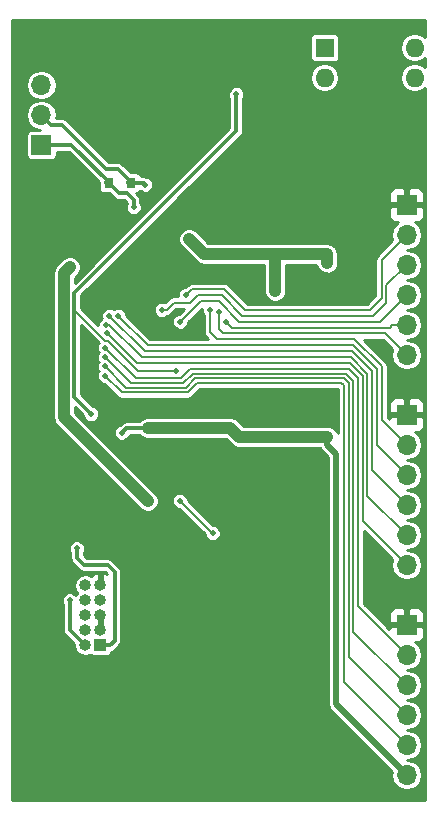
<source format=gbl>
G04 #@! TF.FileFunction,Copper,L2,Bot,Signal*
%FSLAX46Y46*%
G04 Gerber Fmt 4.6, Leading zero omitted, Abs format (unit mm)*
G04 Created by KiCad (PCBNEW 4.0.7) date Saturday, June 23, 2018 'PMt' 03:17:16 PM*
%MOMM*%
%LPD*%
G01*
G04 APERTURE LIST*
%ADD10C,0.100000*%
%ADD11C,1.000000*%
%ADD12R,1.600000X1.600000*%
%ADD13O,1.600000X1.600000*%
%ADD14C,6.400000*%
%ADD15C,0.400000*%
%ADD16R,1.000000X1.000000*%
%ADD17O,1.000000X1.000000*%
%ADD18R,1.700000X1.700000*%
%ADD19O,1.700000X1.700000*%
%ADD20R,0.800000X0.900000*%
%ADD21C,0.500000*%
%ADD22C,0.200000*%
%ADD23C,1.000000*%
%ADD24C,0.500000*%
%ADD25C,0.300000*%
%ADD26C,0.254000*%
G04 APERTURE END LIST*
D10*
D11*
X226200000Y-76000000D03*
X224200000Y-69000000D03*
X231000000Y-71000000D03*
X231600000Y-120800000D03*
X231600000Y-113600000D03*
X224200000Y-113600000D03*
X248450000Y-71900000D03*
X253950000Y-59000000D03*
X240100000Y-108000000D03*
X244200000Y-119400000D03*
X251900000Y-78800000D03*
X243000000Y-68950000D03*
X228750000Y-61600000D03*
D12*
X249980000Y-57800000D03*
D13*
X257600000Y-60340000D03*
X249980000Y-60340000D03*
X257600000Y-57800000D03*
D14*
X227200000Y-117800000D03*
D11*
X225000000Y-91200000D03*
X231400000Y-95600000D03*
X230200000Y-78800000D03*
X230400000Y-87000000D03*
X239950000Y-92600000D03*
X238000000Y-62800000D03*
X235600000Y-81000000D03*
X235800000Y-113200000D03*
X248400000Y-92400000D03*
X244800000Y-89400000D03*
X240500000Y-87100000D03*
X242250000Y-77600000D03*
X248400000Y-67600000D03*
D15*
X240550000Y-61250000D03*
X240550000Y-62200000D03*
X240550000Y-60300000D03*
D16*
X230990000Y-108410000D03*
D17*
X229720000Y-108410000D03*
X230990000Y-107140000D03*
X229720000Y-107140000D03*
X230990000Y-105870000D03*
X229720000Y-105870000D03*
X230990000Y-104600000D03*
X229720000Y-104600000D03*
X230990000Y-103330000D03*
X229720000Y-103330000D03*
D18*
X226000000Y-66040000D03*
D19*
X226000000Y-63500000D03*
X226000000Y-60960000D03*
X226000000Y-58420000D03*
D18*
X256921000Y-71120000D03*
D19*
X256921000Y-73660000D03*
X256921000Y-76200000D03*
X256921000Y-78740000D03*
X256921000Y-81280000D03*
X256921000Y-83820000D03*
D18*
X256921000Y-88900000D03*
D19*
X256921000Y-91440000D03*
X256921000Y-93980000D03*
X256921000Y-96520000D03*
X256921000Y-99060000D03*
X256921000Y-101600000D03*
D18*
X256921000Y-106680000D03*
D19*
X256921000Y-109220000D03*
X256921000Y-111760000D03*
X256921000Y-114300000D03*
X256921000Y-116840000D03*
X256921000Y-119380000D03*
D14*
X227000000Y-72000000D03*
D20*
X231700000Y-69250000D03*
X233600000Y-69250000D03*
X232650000Y-71250000D03*
D21*
X237700000Y-96150000D03*
D11*
X235000000Y-96200000D03*
X228400000Y-76400000D03*
D21*
X240500000Y-98900000D03*
D11*
X250200000Y-76000000D03*
X245800000Y-78400000D03*
X250200000Y-90750000D03*
D21*
X229000000Y-100200000D03*
X232800000Y-90400000D03*
D11*
X238500000Y-74000000D03*
X235000000Y-90000000D03*
X242750000Y-90750000D03*
D21*
X234800000Y-69400000D03*
X233800000Y-71300000D03*
X228400000Y-104600000D03*
X242500000Y-61750000D03*
X230200000Y-88800000D03*
X237400000Y-85200000D03*
X238250000Y-78750000D03*
X236200000Y-80000000D03*
X237750000Y-81000000D03*
X241600000Y-81000000D03*
X241000000Y-80200000D03*
X240250000Y-80000000D03*
X232500000Y-80500000D03*
X231750000Y-80500000D03*
X231500000Y-81250000D03*
X231538916Y-81961084D03*
X231400000Y-83200000D03*
X231400000Y-84000000D03*
X231400000Y-84800000D03*
X231400000Y-85600000D03*
D22*
X237700000Y-96150000D02*
X240450000Y-98900000D01*
X240450000Y-98900000D02*
X240500000Y-98900000D01*
D23*
X227899998Y-89099998D02*
X235000000Y-96200000D01*
X227899998Y-76900002D02*
X227899998Y-89099998D01*
X228400000Y-76400000D02*
X227899998Y-76900002D01*
D24*
X250942894Y-92200000D02*
X250942894Y-113401894D01*
X250942894Y-113401894D02*
X256921000Y-119380000D01*
D23*
X250200000Y-75292894D02*
X250157106Y-75250000D01*
X250157106Y-75250000D02*
X245600000Y-75250000D01*
X250200000Y-76000000D02*
X250200000Y-75292894D01*
X245600000Y-75250000D02*
X239750000Y-75250000D01*
X245800000Y-78400000D02*
X245800000Y-75450000D01*
X245800000Y-75450000D02*
X245600000Y-75250000D01*
D24*
X250200000Y-90750000D02*
X250200000Y-91457106D01*
X250200000Y-91457106D02*
X250942894Y-92200000D01*
D23*
X242750000Y-90750000D02*
X250200000Y-90750000D01*
D25*
X229600000Y-101600000D02*
X229000000Y-101000000D01*
X229000000Y-100200000D02*
X229000000Y-101000000D01*
X231600000Y-101600000D02*
X229600000Y-101600000D01*
X232200000Y-102200000D02*
X231600000Y-101600000D01*
X232200000Y-108000000D02*
X232200000Y-102200000D01*
X230990000Y-108410000D02*
X231790000Y-108410000D01*
X231790000Y-108410000D02*
X232200000Y-108000000D01*
X235000000Y-90000000D02*
X233200000Y-90000000D01*
X233200000Y-90000000D02*
X232800000Y-90400000D01*
D23*
X235000000Y-90000000D02*
X242000000Y-90000000D01*
X239750000Y-75250000D02*
X238500000Y-74000000D01*
X242000000Y-90000000D02*
X242750000Y-90750000D01*
D25*
X231450000Y-68050000D02*
X232450000Y-68050000D01*
X232450000Y-68050000D02*
X233600000Y-69200000D01*
X233600000Y-69200000D02*
X233600000Y-69250000D01*
X227749999Y-64349999D02*
X231450000Y-68050000D01*
X226000000Y-63500000D02*
X226849999Y-64349999D01*
X226849999Y-64349999D02*
X227749999Y-64349999D01*
X233600000Y-69250000D02*
X234650000Y-69250000D01*
X234650000Y-69250000D02*
X234800000Y-69400000D01*
X233350000Y-69200000D02*
X233350000Y-69250000D01*
X233500000Y-69400000D02*
X233350000Y-69250000D01*
X231700000Y-69250000D02*
X231700000Y-69200000D01*
X228540000Y-66040000D02*
X226000000Y-66040000D01*
X231700000Y-69200000D02*
X228540000Y-66040000D01*
X233250000Y-70150000D02*
X232550000Y-70150000D01*
X232550000Y-70150000D02*
X231700000Y-69300000D01*
X231700000Y-69300000D02*
X231700000Y-69250000D01*
X233800000Y-70700000D02*
X233250000Y-70150000D01*
X231450000Y-69200000D02*
X231450000Y-69250000D01*
X233800000Y-71300000D02*
X233800000Y-70700000D01*
X228400000Y-104600000D02*
X228400000Y-107090000D01*
X228400000Y-107090000D02*
X229720000Y-108410000D01*
X228800000Y-78550000D02*
X242500000Y-64850000D01*
X242500000Y-61750000D02*
X242500000Y-64850000D01*
X228800000Y-80000000D02*
X228800000Y-78550000D01*
X228800000Y-80000000D02*
X228800000Y-80300000D01*
X228800000Y-80300000D02*
X228800000Y-87400000D01*
D22*
X228800000Y-78550000D02*
X228800000Y-80300000D01*
X231600000Y-82600000D02*
X234200000Y-85200000D01*
X234200000Y-85200000D02*
X237400000Y-85200000D01*
X231600000Y-82600000D02*
X231400000Y-82600000D01*
X231400000Y-82600000D02*
X228800000Y-80000000D01*
D25*
X228800000Y-87400000D02*
X230200000Y-88800000D01*
D22*
X254800000Y-79000000D02*
X254800000Y-75781000D01*
X254800000Y-75781000D02*
X256921000Y-73660000D01*
X238250000Y-78750000D02*
X238750000Y-78250000D01*
X253800000Y-80000000D02*
X254800000Y-79000000D01*
X238750000Y-78250000D02*
X241500000Y-78250000D01*
X241500000Y-78250000D02*
X243250000Y-80000000D01*
X243250000Y-80000000D02*
X253800000Y-80000000D01*
X255200000Y-79400000D02*
X255200000Y-77921000D01*
X255200000Y-77921000D02*
X256921000Y-76200000D01*
X238600000Y-79400000D02*
X239250000Y-78750000D01*
X236600000Y-80000000D02*
X237200000Y-79400000D01*
X237200000Y-79400000D02*
X238600000Y-79400000D01*
X236200000Y-80000000D02*
X236600000Y-80000000D01*
X239250000Y-78750000D02*
X241250000Y-78750000D01*
X241250000Y-78750000D02*
X243000000Y-80500000D01*
X243000000Y-80500000D02*
X254100000Y-80500000D01*
X254100000Y-80500000D02*
X255200000Y-79400000D01*
X237750000Y-81000000D02*
X239500000Y-79250000D01*
X239500000Y-79250000D02*
X241000000Y-79250000D01*
X241000000Y-79250000D02*
X242750000Y-81000000D01*
X242750000Y-81000000D02*
X254661000Y-81000000D01*
X254661000Y-81000000D02*
X256921000Y-78740000D01*
X255718919Y-81280000D02*
X256921000Y-81280000D01*
X255498909Y-81500010D02*
X255718919Y-81280000D01*
X242100010Y-81500010D02*
X255498909Y-81500010D01*
X241600000Y-81000000D02*
X242100010Y-81500010D01*
X241000000Y-80200000D02*
X241000000Y-81600000D01*
X241000000Y-81600000D02*
X241400011Y-82000011D01*
X241400011Y-82000011D02*
X255101011Y-82000011D01*
X255101011Y-82000011D02*
X256921000Y-83820000D01*
X254800000Y-89319000D02*
X254800000Y-84800000D01*
X254800000Y-89319000D02*
X256921000Y-91440000D01*
X254800000Y-84800000D02*
X252500000Y-82500000D01*
X252500000Y-82500000D02*
X240900000Y-82500000D01*
X240900000Y-82500000D02*
X240250000Y-81850000D01*
X240250000Y-81850000D02*
X240250000Y-80000000D01*
X254400000Y-85000000D02*
X254400000Y-91459000D01*
X254400000Y-91459000D02*
X256921000Y-93980000D01*
X232500000Y-80500000D02*
X235000000Y-83000000D01*
X235000000Y-83000000D02*
X252400000Y-83000000D01*
X252400000Y-83000000D02*
X254400000Y-85000000D01*
X254000000Y-85200000D02*
X254000000Y-93599000D01*
X254000000Y-93599000D02*
X256921000Y-96520000D01*
X234750000Y-83500000D02*
X252300000Y-83500000D01*
X252300000Y-83500000D02*
X254000000Y-85200000D01*
X231750000Y-80500000D02*
X234750000Y-83500000D01*
X253600000Y-95739000D02*
X256921000Y-99060000D01*
X253600000Y-85400000D02*
X253600000Y-95739000D01*
X234500000Y-84000000D02*
X252200000Y-84000000D01*
X252200000Y-84000000D02*
X253600000Y-85400000D01*
X231500000Y-81250000D02*
X231750000Y-81250000D01*
X231750000Y-81250000D02*
X234500000Y-84000000D01*
X253200000Y-85600000D02*
X253200000Y-97879000D01*
X253200000Y-97879000D02*
X256921000Y-101600000D01*
X231538916Y-81961084D02*
X234077832Y-84500000D01*
X234077832Y-84500000D02*
X252100000Y-84500000D01*
X252100000Y-84500000D02*
X253200000Y-85600000D01*
X252800000Y-85800000D02*
X252800000Y-105099000D01*
X252800000Y-105099000D02*
X256921000Y-109220000D01*
X238600000Y-85000000D02*
X252000000Y-85000000D01*
X252000000Y-85000000D02*
X252800000Y-85800000D01*
X234000000Y-85800000D02*
X237800000Y-85800000D01*
X231400000Y-83200000D02*
X234000000Y-85800000D01*
X237800000Y-85800000D02*
X238600000Y-85000000D01*
X252400000Y-86000000D02*
X252400000Y-107239000D01*
X252400000Y-107239000D02*
X256921000Y-111760000D01*
X233600000Y-86200000D02*
X238000000Y-86200000D01*
X238000000Y-86200000D02*
X238800000Y-85400000D01*
X231400000Y-84000000D02*
X233600000Y-86200000D01*
X238800000Y-85400000D02*
X251800000Y-85400000D01*
X251800000Y-85400000D02*
X252400000Y-86000000D01*
X252000000Y-86200000D02*
X252000000Y-109379000D01*
X252000000Y-109379000D02*
X256921000Y-114300000D01*
X231400000Y-84800000D02*
X233200000Y-86600000D01*
X251600000Y-85800000D02*
X252000000Y-86200000D01*
X233200000Y-86600000D02*
X238200000Y-86600000D01*
X238200000Y-86600000D02*
X239000000Y-85800000D01*
X239000000Y-85800000D02*
X251600000Y-85800000D01*
X231400000Y-85600000D02*
X232800000Y-87000000D01*
X232800000Y-87000000D02*
X238400000Y-87000000D01*
X238400000Y-87000000D02*
X239200000Y-86200000D01*
X239200000Y-86200000D02*
X251400000Y-86200000D01*
X251600000Y-111519000D02*
X256921000Y-116840000D01*
X251400000Y-86200000D02*
X251600000Y-86400000D01*
X251600000Y-86400000D02*
X251600000Y-111519000D01*
D26*
G36*
X258498000Y-56941871D02*
X258491658Y-56932380D01*
X258093591Y-56666400D01*
X257624038Y-56573000D01*
X257575962Y-56573000D01*
X257106409Y-56666400D01*
X256708342Y-56932380D01*
X256442362Y-57330447D01*
X256348962Y-57800000D01*
X256442362Y-58269553D01*
X256708342Y-58667620D01*
X257106409Y-58933600D01*
X257575962Y-59027000D01*
X257624038Y-59027000D01*
X258093591Y-58933600D01*
X258491658Y-58667620D01*
X258498000Y-58658129D01*
X258498000Y-59481871D01*
X258491658Y-59472380D01*
X258093591Y-59206400D01*
X257624038Y-59113000D01*
X257575962Y-59113000D01*
X257106409Y-59206400D01*
X256708342Y-59472380D01*
X256442362Y-59870447D01*
X256348962Y-60340000D01*
X256442362Y-60809553D01*
X256708342Y-61207620D01*
X257106409Y-61473600D01*
X257575962Y-61567000D01*
X257624038Y-61567000D01*
X258093591Y-61473600D01*
X258491658Y-61207620D01*
X258498000Y-61198129D01*
X258498000Y-121498000D01*
X223502000Y-121498000D01*
X223502000Y-104734073D01*
X227722883Y-104734073D01*
X227823000Y-104976375D01*
X227823000Y-107089995D01*
X227822999Y-107090000D01*
X227866922Y-107310808D01*
X227991999Y-107498001D01*
X228796268Y-108302270D01*
X228774839Y-108410000D01*
X228845403Y-108764748D01*
X229046351Y-109065488D01*
X229347091Y-109266436D01*
X229701839Y-109337000D01*
X229738161Y-109337000D01*
X230092909Y-109266436D01*
X230176155Y-109210813D01*
X230177927Y-109213567D01*
X230320619Y-109311064D01*
X230490000Y-109345365D01*
X231490000Y-109345365D01*
X231648237Y-109315591D01*
X231793567Y-109222073D01*
X231891064Y-109079381D01*
X231914799Y-108962176D01*
X232010808Y-108943078D01*
X232198001Y-108818001D01*
X232607998Y-108408003D01*
X232608001Y-108408001D01*
X232733078Y-108220808D01*
X232744179Y-108165000D01*
X232777001Y-108000000D01*
X232777000Y-107999995D01*
X232777000Y-102200000D01*
X232733078Y-101979192D01*
X232608001Y-101791999D01*
X232008001Y-101191999D01*
X231820808Y-101066922D01*
X231600000Y-101022999D01*
X231599995Y-101023000D01*
X229839002Y-101023000D01*
X229577000Y-100760998D01*
X229577000Y-100575797D01*
X229676882Y-100335254D01*
X229677117Y-100065927D01*
X229574267Y-99817011D01*
X229383990Y-99626402D01*
X229135254Y-99523118D01*
X228865927Y-99522883D01*
X228617011Y-99625733D01*
X228426402Y-99816010D01*
X228323118Y-100064746D01*
X228322883Y-100334073D01*
X228423000Y-100576375D01*
X228423000Y-100999995D01*
X228422999Y-101000000D01*
X228466922Y-101220808D01*
X228591999Y-101408001D01*
X229191999Y-102008001D01*
X229379192Y-102133078D01*
X229600000Y-102177000D01*
X231360998Y-102177000D01*
X231549084Y-102365086D01*
X231291877Y-102235868D01*
X231117000Y-102360865D01*
X231117000Y-103203000D01*
X231137000Y-103203000D01*
X231137000Y-103457000D01*
X231117000Y-103457000D01*
X231117000Y-103477000D01*
X230863000Y-103477000D01*
X230863000Y-103457000D01*
X230843000Y-103457000D01*
X230843000Y-103203000D01*
X230863000Y-103203000D01*
X230863000Y-102360865D01*
X230688123Y-102235868D01*
X230292396Y-102434677D01*
X230198084Y-102543840D01*
X230092909Y-102473564D01*
X229738161Y-102403000D01*
X229701839Y-102403000D01*
X229347091Y-102473564D01*
X229046351Y-102674512D01*
X228845403Y-102975252D01*
X228774839Y-103330000D01*
X228845403Y-103684748D01*
X229032661Y-103965000D01*
X228908376Y-104151006D01*
X228783990Y-104026402D01*
X228535254Y-103923118D01*
X228265927Y-103922883D01*
X228017011Y-104025733D01*
X227826402Y-104216010D01*
X227723118Y-104464746D01*
X227722883Y-104734073D01*
X223502000Y-104734073D01*
X223502000Y-76900002D01*
X226972998Y-76900002D01*
X226972998Y-89099998D01*
X227043562Y-89454746D01*
X227170854Y-89645252D01*
X227244510Y-89755486D01*
X234344226Y-96855202D01*
X234474211Y-96985414D01*
X234814799Y-97126839D01*
X235183583Y-97127161D01*
X235524417Y-96986331D01*
X235785414Y-96725789D01*
X235926839Y-96385201D01*
X235926927Y-96284073D01*
X237022883Y-96284073D01*
X237125733Y-96532989D01*
X237316010Y-96723598D01*
X237564746Y-96826882D01*
X237631650Y-96826940D01*
X239822897Y-99018187D01*
X239822883Y-99034073D01*
X239925733Y-99282989D01*
X240116010Y-99473598D01*
X240364746Y-99576882D01*
X240634073Y-99577117D01*
X240882989Y-99474267D01*
X241073598Y-99283990D01*
X241176882Y-99035254D01*
X241177117Y-98765927D01*
X241074267Y-98517011D01*
X240883990Y-98326402D01*
X240635254Y-98223118D01*
X240518306Y-98223016D01*
X238377060Y-96081770D01*
X238377117Y-96015927D01*
X238274267Y-95767011D01*
X238083990Y-95576402D01*
X237835254Y-95473118D01*
X237565927Y-95472883D01*
X237317011Y-95575733D01*
X237126402Y-95766010D01*
X237023118Y-96014746D01*
X237022883Y-96284073D01*
X235926927Y-96284073D01*
X235927161Y-96016417D01*
X235786331Y-95675583D01*
X235525789Y-95414586D01*
X235525401Y-95414425D01*
X228826998Y-88716022D01*
X228826998Y-88243000D01*
X229526271Y-88942273D01*
X229625733Y-89182989D01*
X229816010Y-89373598D01*
X230064746Y-89476882D01*
X230334073Y-89477117D01*
X230582989Y-89374267D01*
X230773598Y-89183990D01*
X230876882Y-88935254D01*
X230877117Y-88665927D01*
X230774267Y-88417011D01*
X230583990Y-88226402D01*
X230341865Y-88125863D01*
X229377000Y-87160998D01*
X229377000Y-81322290D01*
X230848580Y-82793870D01*
X230826402Y-82816010D01*
X230723118Y-83064746D01*
X230722883Y-83334073D01*
X230825733Y-83582989D01*
X230842577Y-83599863D01*
X230826402Y-83616010D01*
X230723118Y-83864746D01*
X230722883Y-84134073D01*
X230825733Y-84382989D01*
X230842577Y-84399863D01*
X230826402Y-84416010D01*
X230723118Y-84664746D01*
X230722883Y-84934073D01*
X230825733Y-85182989D01*
X230842577Y-85199863D01*
X230826402Y-85216010D01*
X230723118Y-85464746D01*
X230722883Y-85734073D01*
X230825733Y-85982989D01*
X231016010Y-86173598D01*
X231264746Y-86276882D01*
X231331650Y-86276940D01*
X232427355Y-87372645D01*
X232598325Y-87486885D01*
X232800000Y-87527000D01*
X238400000Y-87527000D01*
X238601675Y-87486885D01*
X238772645Y-87372645D01*
X239418290Y-86727000D01*
X251073000Y-86727000D01*
X251073000Y-90435338D01*
X250986331Y-90225583D01*
X250725789Y-89964586D01*
X250385201Y-89823161D01*
X250016417Y-89822839D01*
X250016027Y-89823000D01*
X243133976Y-89823000D01*
X242655488Y-89344512D01*
X242638376Y-89333078D01*
X242354748Y-89143564D01*
X242000000Y-89073000D01*
X235000809Y-89073000D01*
X234816417Y-89072839D01*
X234475583Y-89213669D01*
X234265886Y-89423000D01*
X233200000Y-89423000D01*
X232979191Y-89466922D01*
X232904213Y-89517021D01*
X232791999Y-89591999D01*
X232791997Y-89592002D01*
X232657728Y-89726271D01*
X232417011Y-89825733D01*
X232226402Y-90016010D01*
X232123118Y-90264746D01*
X232122883Y-90534073D01*
X232225733Y-90782989D01*
X232416010Y-90973598D01*
X232664746Y-91076882D01*
X232934073Y-91077117D01*
X233182989Y-90974267D01*
X233373598Y-90783990D01*
X233459548Y-90577000D01*
X234266160Y-90577000D01*
X234474211Y-90785414D01*
X234814799Y-90926839D01*
X235183583Y-90927161D01*
X235183973Y-90927000D01*
X241616024Y-90927000D01*
X242094226Y-91405202D01*
X242224211Y-91535414D01*
X242564799Y-91676839D01*
X242933583Y-91677161D01*
X242933973Y-91677000D01*
X249566740Y-91677000D01*
X249574534Y-91716183D01*
X249715321Y-91926885D01*
X249721289Y-91935817D01*
X250265894Y-92480422D01*
X250265894Y-113401894D01*
X250317428Y-113660971D01*
X250464183Y-113880605D01*
X255676154Y-119092577D01*
X255618982Y-119380000D01*
X255716188Y-119868687D01*
X255993007Y-120282975D01*
X256407295Y-120559794D01*
X256895982Y-120657000D01*
X256946018Y-120657000D01*
X257434705Y-120559794D01*
X257848993Y-120282975D01*
X258125812Y-119868687D01*
X258223018Y-119380000D01*
X258125812Y-118891313D01*
X257848993Y-118477025D01*
X257434705Y-118200206D01*
X256981209Y-118110000D01*
X257434705Y-118019794D01*
X257848993Y-117742975D01*
X258125812Y-117328687D01*
X258223018Y-116840000D01*
X258125812Y-116351313D01*
X257848993Y-115937025D01*
X257434705Y-115660206D01*
X256981209Y-115570000D01*
X257434705Y-115479794D01*
X257848993Y-115202975D01*
X258125812Y-114788687D01*
X258223018Y-114300000D01*
X258125812Y-113811313D01*
X257848993Y-113397025D01*
X257434705Y-113120206D01*
X256981209Y-113030000D01*
X257434705Y-112939794D01*
X257848993Y-112662975D01*
X258125812Y-112248687D01*
X258223018Y-111760000D01*
X258125812Y-111271313D01*
X257848993Y-110857025D01*
X257434705Y-110580206D01*
X256981209Y-110490000D01*
X257434705Y-110399794D01*
X257848993Y-110122975D01*
X258125812Y-109708687D01*
X258223018Y-109220000D01*
X258125812Y-108731313D01*
X257848993Y-108317025D01*
X257621472Y-108165000D01*
X257897309Y-108165000D01*
X258130698Y-108068327D01*
X258309327Y-107889699D01*
X258406000Y-107656310D01*
X258406000Y-106965750D01*
X258247250Y-106807000D01*
X257048000Y-106807000D01*
X257048000Y-106827000D01*
X256794000Y-106827000D01*
X256794000Y-106807000D01*
X255594750Y-106807000D01*
X255436000Y-106965750D01*
X255436000Y-106989710D01*
X254149980Y-105703690D01*
X255436000Y-105703690D01*
X255436000Y-106394250D01*
X255594750Y-106553000D01*
X256794000Y-106553000D01*
X256794000Y-105353750D01*
X257048000Y-105353750D01*
X257048000Y-106553000D01*
X258247250Y-106553000D01*
X258406000Y-106394250D01*
X258406000Y-105703690D01*
X258309327Y-105470301D01*
X258130698Y-105291673D01*
X257897309Y-105195000D01*
X257206750Y-105195000D01*
X257048000Y-105353750D01*
X256794000Y-105353750D01*
X256635250Y-105195000D01*
X255944691Y-105195000D01*
X255711302Y-105291673D01*
X255532673Y-105470301D01*
X255436000Y-105703690D01*
X254149980Y-105703690D01*
X253327000Y-104880710D01*
X253327000Y-98751290D01*
X255711349Y-101135640D01*
X255618982Y-101600000D01*
X255716188Y-102088687D01*
X255993007Y-102502975D01*
X256407295Y-102779794D01*
X256895982Y-102877000D01*
X256946018Y-102877000D01*
X257434705Y-102779794D01*
X257848993Y-102502975D01*
X258125812Y-102088687D01*
X258223018Y-101600000D01*
X258125812Y-101111313D01*
X257848993Y-100697025D01*
X257434705Y-100420206D01*
X256981209Y-100330000D01*
X257434705Y-100239794D01*
X257848993Y-99962975D01*
X258125812Y-99548687D01*
X258223018Y-99060000D01*
X258125812Y-98571313D01*
X257848993Y-98157025D01*
X257434705Y-97880206D01*
X256981209Y-97790000D01*
X257434705Y-97699794D01*
X257848993Y-97422975D01*
X258125812Y-97008687D01*
X258223018Y-96520000D01*
X258125812Y-96031313D01*
X257848993Y-95617025D01*
X257434705Y-95340206D01*
X256981209Y-95250000D01*
X257434705Y-95159794D01*
X257848993Y-94882975D01*
X258125812Y-94468687D01*
X258223018Y-93980000D01*
X258125812Y-93491313D01*
X257848993Y-93077025D01*
X257434705Y-92800206D01*
X256981209Y-92710000D01*
X257434705Y-92619794D01*
X257848993Y-92342975D01*
X258125812Y-91928687D01*
X258223018Y-91440000D01*
X258125812Y-90951313D01*
X257848993Y-90537025D01*
X257621472Y-90385000D01*
X257897309Y-90385000D01*
X258130698Y-90288327D01*
X258309327Y-90109699D01*
X258406000Y-89876310D01*
X258406000Y-89185750D01*
X258247250Y-89027000D01*
X257048000Y-89027000D01*
X257048000Y-89047000D01*
X256794000Y-89047000D01*
X256794000Y-89027000D01*
X255594750Y-89027000D01*
X255436000Y-89185750D01*
X255436000Y-89209710D01*
X255327000Y-89100710D01*
X255327000Y-87923690D01*
X255436000Y-87923690D01*
X255436000Y-88614250D01*
X255594750Y-88773000D01*
X256794000Y-88773000D01*
X256794000Y-87573750D01*
X257048000Y-87573750D01*
X257048000Y-88773000D01*
X258247250Y-88773000D01*
X258406000Y-88614250D01*
X258406000Y-87923690D01*
X258309327Y-87690301D01*
X258130698Y-87511673D01*
X257897309Y-87415000D01*
X257206750Y-87415000D01*
X257048000Y-87573750D01*
X256794000Y-87573750D01*
X256635250Y-87415000D01*
X255944691Y-87415000D01*
X255711302Y-87511673D01*
X255532673Y-87690301D01*
X255436000Y-87923690D01*
X255327000Y-87923690D01*
X255327000Y-84800000D01*
X255286885Y-84598326D01*
X255286885Y-84598325D01*
X255172645Y-84427355D01*
X253272301Y-82527011D01*
X254882721Y-82527011D01*
X255711349Y-83355639D01*
X255618982Y-83820000D01*
X255716188Y-84308687D01*
X255993007Y-84722975D01*
X256407295Y-84999794D01*
X256895982Y-85097000D01*
X256946018Y-85097000D01*
X257434705Y-84999794D01*
X257848993Y-84722975D01*
X258125812Y-84308687D01*
X258223018Y-83820000D01*
X258125812Y-83331313D01*
X257848993Y-82917025D01*
X257434705Y-82640206D01*
X256981209Y-82550000D01*
X257434705Y-82459794D01*
X257848993Y-82182975D01*
X258125812Y-81768687D01*
X258223018Y-81280000D01*
X258125812Y-80791313D01*
X257848993Y-80377025D01*
X257434705Y-80100206D01*
X256981209Y-80010000D01*
X257434705Y-79919794D01*
X257848993Y-79642975D01*
X258125812Y-79228687D01*
X258223018Y-78740000D01*
X258125812Y-78251313D01*
X257848993Y-77837025D01*
X257434705Y-77560206D01*
X256981209Y-77470000D01*
X257434705Y-77379794D01*
X257848993Y-77102975D01*
X258125812Y-76688687D01*
X258223018Y-76200000D01*
X258125812Y-75711313D01*
X257848993Y-75297025D01*
X257434705Y-75020206D01*
X256981209Y-74930000D01*
X257434705Y-74839794D01*
X257848993Y-74562975D01*
X258125812Y-74148687D01*
X258223018Y-73660000D01*
X258125812Y-73171313D01*
X257848993Y-72757025D01*
X257621472Y-72605000D01*
X257897309Y-72605000D01*
X258130698Y-72508327D01*
X258309327Y-72329699D01*
X258406000Y-72096310D01*
X258406000Y-71405750D01*
X258247250Y-71247000D01*
X257048000Y-71247000D01*
X257048000Y-71267000D01*
X256794000Y-71267000D01*
X256794000Y-71247000D01*
X255594750Y-71247000D01*
X255436000Y-71405750D01*
X255436000Y-72096310D01*
X255532673Y-72329699D01*
X255711302Y-72508327D01*
X255944691Y-72605000D01*
X256220528Y-72605000D01*
X255993007Y-72757025D01*
X255716188Y-73171313D01*
X255618982Y-73660000D01*
X255711349Y-74124361D01*
X254427355Y-75408355D01*
X254313115Y-75579325D01*
X254308058Y-75604748D01*
X254273000Y-75781000D01*
X254273000Y-78781709D01*
X253581710Y-79473000D01*
X243468290Y-79473000D01*
X241872645Y-77877355D01*
X241701675Y-77763115D01*
X241500000Y-77723000D01*
X238750000Y-77723000D01*
X238548326Y-77763115D01*
X238377355Y-77877355D01*
X238181770Y-78072940D01*
X238115927Y-78072883D01*
X237867011Y-78175733D01*
X237676402Y-78366010D01*
X237573118Y-78614746D01*
X237572893Y-78873000D01*
X237200000Y-78873000D01*
X236998325Y-78913115D01*
X236827355Y-79027355D01*
X236473986Y-79380724D01*
X236335254Y-79323118D01*
X236065927Y-79322883D01*
X235817011Y-79425733D01*
X235626402Y-79616010D01*
X235523118Y-79864746D01*
X235522883Y-80134073D01*
X235625733Y-80382989D01*
X235816010Y-80573598D01*
X236064746Y-80676882D01*
X236334073Y-80677117D01*
X236582989Y-80574267D01*
X236637888Y-80519464D01*
X236801675Y-80486885D01*
X236972645Y-80372645D01*
X237418290Y-79927000D01*
X238077710Y-79927000D01*
X237681770Y-80322940D01*
X237615927Y-80322883D01*
X237367011Y-80425733D01*
X237176402Y-80616010D01*
X237073118Y-80864746D01*
X237072883Y-81134073D01*
X237175733Y-81382989D01*
X237366010Y-81573598D01*
X237614746Y-81676882D01*
X237884073Y-81677117D01*
X238132989Y-81574267D01*
X238323598Y-81383990D01*
X238426882Y-81135254D01*
X238426940Y-81068350D01*
X239573068Y-79922222D01*
X239572883Y-80134073D01*
X239675733Y-80382989D01*
X239723000Y-80430338D01*
X239723000Y-81850000D01*
X239763115Y-82051675D01*
X239877355Y-82222645D01*
X240127710Y-82473000D01*
X235218290Y-82473000D01*
X233177060Y-80431770D01*
X233177117Y-80365927D01*
X233074267Y-80117011D01*
X232883990Y-79926402D01*
X232635254Y-79823118D01*
X232365927Y-79822883D01*
X232124714Y-79922550D01*
X231885254Y-79823118D01*
X231615927Y-79822883D01*
X231367011Y-79925733D01*
X231176402Y-80116010D01*
X231073118Y-80364746D01*
X231072883Y-80634073D01*
X231097956Y-80694755D01*
X230926402Y-80866010D01*
X230823118Y-81114746D01*
X230822976Y-81277686D01*
X229377000Y-79831710D01*
X229377000Y-78789002D01*
X233982418Y-74183583D01*
X237572839Y-74183583D01*
X237713669Y-74524417D01*
X237974211Y-74785414D01*
X237974599Y-74785575D01*
X239094512Y-75905488D01*
X239395252Y-76106436D01*
X239750000Y-76177000D01*
X244873000Y-76177000D01*
X244873000Y-78399191D01*
X244872839Y-78583583D01*
X245013669Y-78924417D01*
X245274211Y-79185414D01*
X245614799Y-79326839D01*
X245983583Y-79327161D01*
X246324417Y-79186331D01*
X246585414Y-78925789D01*
X246726839Y-78585201D01*
X246727161Y-78216417D01*
X246727000Y-78216027D01*
X246727000Y-76177000D01*
X249272845Y-76177000D01*
X249272839Y-76183583D01*
X249413669Y-76524417D01*
X249674211Y-76785414D01*
X250014799Y-76926839D01*
X250383583Y-76927161D01*
X250724417Y-76786331D01*
X250985414Y-76525789D01*
X251126839Y-76185201D01*
X251127161Y-75816417D01*
X251127000Y-75816027D01*
X251127000Y-75292894D01*
X251056436Y-74938146D01*
X250855488Y-74637406D01*
X250812594Y-74594512D01*
X250811175Y-74593564D01*
X250511854Y-74393564D01*
X250157106Y-74323000D01*
X240133976Y-74323000D01*
X239155488Y-73344512D01*
X239025789Y-73214586D01*
X238685201Y-73073161D01*
X238316417Y-73072839D01*
X237975583Y-73213669D01*
X237714586Y-73474211D01*
X237573161Y-73814799D01*
X237572839Y-74183583D01*
X233982418Y-74183583D01*
X238022311Y-70143690D01*
X255436000Y-70143690D01*
X255436000Y-70834250D01*
X255594750Y-70993000D01*
X256794000Y-70993000D01*
X256794000Y-69793750D01*
X257048000Y-69793750D01*
X257048000Y-70993000D01*
X258247250Y-70993000D01*
X258406000Y-70834250D01*
X258406000Y-70143690D01*
X258309327Y-69910301D01*
X258130698Y-69731673D01*
X257897309Y-69635000D01*
X257206750Y-69635000D01*
X257048000Y-69793750D01*
X256794000Y-69793750D01*
X256635250Y-69635000D01*
X255944691Y-69635000D01*
X255711302Y-69731673D01*
X255532673Y-69910301D01*
X255436000Y-70143690D01*
X238022311Y-70143690D01*
X242907998Y-65258003D01*
X242908001Y-65258001D01*
X243033078Y-65070808D01*
X243040845Y-65031763D01*
X243077001Y-64850000D01*
X243077000Y-64849995D01*
X243077000Y-62125797D01*
X243176882Y-61885254D01*
X243177117Y-61615927D01*
X243074267Y-61367011D01*
X242883990Y-61176402D01*
X242635254Y-61073118D01*
X242365927Y-61072883D01*
X242117011Y-61175733D01*
X241926402Y-61366010D01*
X241823118Y-61614746D01*
X241822883Y-61884073D01*
X241923000Y-62126375D01*
X241923000Y-64610999D01*
X228826998Y-77707000D01*
X228826998Y-77283978D01*
X229055488Y-77055488D01*
X229185414Y-76925789D01*
X229326839Y-76585201D01*
X229327161Y-76216417D01*
X229186331Y-75875583D01*
X228925789Y-75614586D01*
X228585201Y-75473161D01*
X228216417Y-75472839D01*
X227875583Y-75613669D01*
X227614586Y-75874211D01*
X227614425Y-75874599D01*
X227244510Y-76244514D01*
X227043562Y-76545254D01*
X226972998Y-76900002D01*
X223502000Y-76900002D01*
X223502000Y-60960000D01*
X224697982Y-60960000D01*
X224795188Y-61448687D01*
X225072007Y-61862975D01*
X225486295Y-62139794D01*
X225939791Y-62230000D01*
X225486295Y-62320206D01*
X225072007Y-62597025D01*
X224795188Y-63011313D01*
X224697982Y-63500000D01*
X224795188Y-63988687D01*
X225072007Y-64402975D01*
X225486295Y-64679794D01*
X225862546Y-64754635D01*
X225150000Y-64754635D01*
X224991763Y-64784409D01*
X224846433Y-64877927D01*
X224748936Y-65020619D01*
X224714635Y-65190000D01*
X224714635Y-66890000D01*
X224744409Y-67048237D01*
X224837927Y-67193567D01*
X224980619Y-67291064D01*
X225150000Y-67325365D01*
X226850000Y-67325365D01*
X227008237Y-67295591D01*
X227153567Y-67202073D01*
X227251064Y-67059381D01*
X227285365Y-66890000D01*
X227285365Y-66617000D01*
X228300998Y-66617000D01*
X230864635Y-69180637D01*
X230864635Y-69700000D01*
X230894409Y-69858237D01*
X230987927Y-70003567D01*
X231130619Y-70101064D01*
X231300000Y-70135365D01*
X231719364Y-70135365D01*
X232141997Y-70557998D01*
X232141999Y-70558001D01*
X232239103Y-70622883D01*
X232329192Y-70683078D01*
X232550000Y-70727001D01*
X232550005Y-70727000D01*
X233010998Y-70727000D01*
X233218658Y-70934659D01*
X233123118Y-71164746D01*
X233122883Y-71434073D01*
X233225733Y-71682989D01*
X233416010Y-71873598D01*
X233664746Y-71976882D01*
X233934073Y-71977117D01*
X234182989Y-71874267D01*
X234373598Y-71683990D01*
X234476882Y-71435254D01*
X234477117Y-71165927D01*
X234377000Y-70923625D01*
X234377000Y-70700000D01*
X234333078Y-70479192D01*
X234333078Y-70479191D01*
X234282979Y-70404213D01*
X234208001Y-70291999D01*
X234207998Y-70291997D01*
X234043232Y-70127230D01*
X234158237Y-70105591D01*
X234303567Y-70012073D01*
X234364864Y-69922362D01*
X234416010Y-69973598D01*
X234664746Y-70076882D01*
X234934073Y-70077117D01*
X235182989Y-69974267D01*
X235373598Y-69783990D01*
X235476882Y-69535254D01*
X235477117Y-69265927D01*
X235374267Y-69017011D01*
X235183990Y-68826402D01*
X234935254Y-68723118D01*
X234880009Y-68723070D01*
X234870808Y-68716922D01*
X234650000Y-68672999D01*
X234649995Y-68673000D01*
X234411469Y-68673000D01*
X234405591Y-68641763D01*
X234312073Y-68496433D01*
X234169381Y-68398936D01*
X234000000Y-68364635D01*
X233580636Y-68364635D01*
X232858001Y-67641999D01*
X232670808Y-67516922D01*
X232450000Y-67472999D01*
X232449995Y-67473000D01*
X231689001Y-67473000D01*
X228158000Y-63941998D01*
X227970807Y-63816921D01*
X227749999Y-63772998D01*
X227749994Y-63772999D01*
X227247715Y-63772999D01*
X227302018Y-63500000D01*
X227204812Y-63011313D01*
X226927993Y-62597025D01*
X226513705Y-62320206D01*
X226060209Y-62230000D01*
X226513705Y-62139794D01*
X226927993Y-61862975D01*
X227204812Y-61448687D01*
X227302018Y-60960000D01*
X227204812Y-60471313D01*
X227117072Y-60340000D01*
X248728962Y-60340000D01*
X248822362Y-60809553D01*
X249088342Y-61207620D01*
X249486409Y-61473600D01*
X249955962Y-61567000D01*
X250004038Y-61567000D01*
X250473591Y-61473600D01*
X250871658Y-61207620D01*
X251137638Y-60809553D01*
X251231038Y-60340000D01*
X251137638Y-59870447D01*
X250871658Y-59472380D01*
X250473591Y-59206400D01*
X250004038Y-59113000D01*
X249955962Y-59113000D01*
X249486409Y-59206400D01*
X249088342Y-59472380D01*
X248822362Y-59870447D01*
X248728962Y-60340000D01*
X227117072Y-60340000D01*
X226927993Y-60057025D01*
X226513705Y-59780206D01*
X226025018Y-59683000D01*
X225974982Y-59683000D01*
X225486295Y-59780206D01*
X225072007Y-60057025D01*
X224795188Y-60471313D01*
X224697982Y-60960000D01*
X223502000Y-60960000D01*
X223502000Y-57000000D01*
X248744635Y-57000000D01*
X248744635Y-58600000D01*
X248774409Y-58758237D01*
X248867927Y-58903567D01*
X249010619Y-59001064D01*
X249180000Y-59035365D01*
X250780000Y-59035365D01*
X250938237Y-59005591D01*
X251083567Y-58912073D01*
X251181064Y-58769381D01*
X251215365Y-58600000D01*
X251215365Y-57000000D01*
X251185591Y-56841763D01*
X251092073Y-56696433D01*
X250949381Y-56598936D01*
X250780000Y-56564635D01*
X249180000Y-56564635D01*
X249021763Y-56594409D01*
X248876433Y-56687927D01*
X248778936Y-56830619D01*
X248744635Y-57000000D01*
X223502000Y-57000000D01*
X223502000Y-55502000D01*
X258498000Y-55502000D01*
X258498000Y-56941871D01*
X258498000Y-56941871D01*
G37*
X258498000Y-56941871D02*
X258491658Y-56932380D01*
X258093591Y-56666400D01*
X257624038Y-56573000D01*
X257575962Y-56573000D01*
X257106409Y-56666400D01*
X256708342Y-56932380D01*
X256442362Y-57330447D01*
X256348962Y-57800000D01*
X256442362Y-58269553D01*
X256708342Y-58667620D01*
X257106409Y-58933600D01*
X257575962Y-59027000D01*
X257624038Y-59027000D01*
X258093591Y-58933600D01*
X258491658Y-58667620D01*
X258498000Y-58658129D01*
X258498000Y-59481871D01*
X258491658Y-59472380D01*
X258093591Y-59206400D01*
X257624038Y-59113000D01*
X257575962Y-59113000D01*
X257106409Y-59206400D01*
X256708342Y-59472380D01*
X256442362Y-59870447D01*
X256348962Y-60340000D01*
X256442362Y-60809553D01*
X256708342Y-61207620D01*
X257106409Y-61473600D01*
X257575962Y-61567000D01*
X257624038Y-61567000D01*
X258093591Y-61473600D01*
X258491658Y-61207620D01*
X258498000Y-61198129D01*
X258498000Y-121498000D01*
X223502000Y-121498000D01*
X223502000Y-104734073D01*
X227722883Y-104734073D01*
X227823000Y-104976375D01*
X227823000Y-107089995D01*
X227822999Y-107090000D01*
X227866922Y-107310808D01*
X227991999Y-107498001D01*
X228796268Y-108302270D01*
X228774839Y-108410000D01*
X228845403Y-108764748D01*
X229046351Y-109065488D01*
X229347091Y-109266436D01*
X229701839Y-109337000D01*
X229738161Y-109337000D01*
X230092909Y-109266436D01*
X230176155Y-109210813D01*
X230177927Y-109213567D01*
X230320619Y-109311064D01*
X230490000Y-109345365D01*
X231490000Y-109345365D01*
X231648237Y-109315591D01*
X231793567Y-109222073D01*
X231891064Y-109079381D01*
X231914799Y-108962176D01*
X232010808Y-108943078D01*
X232198001Y-108818001D01*
X232607998Y-108408003D01*
X232608001Y-108408001D01*
X232733078Y-108220808D01*
X232744179Y-108165000D01*
X232777001Y-108000000D01*
X232777000Y-107999995D01*
X232777000Y-102200000D01*
X232733078Y-101979192D01*
X232608001Y-101791999D01*
X232008001Y-101191999D01*
X231820808Y-101066922D01*
X231600000Y-101022999D01*
X231599995Y-101023000D01*
X229839002Y-101023000D01*
X229577000Y-100760998D01*
X229577000Y-100575797D01*
X229676882Y-100335254D01*
X229677117Y-100065927D01*
X229574267Y-99817011D01*
X229383990Y-99626402D01*
X229135254Y-99523118D01*
X228865927Y-99522883D01*
X228617011Y-99625733D01*
X228426402Y-99816010D01*
X228323118Y-100064746D01*
X228322883Y-100334073D01*
X228423000Y-100576375D01*
X228423000Y-100999995D01*
X228422999Y-101000000D01*
X228466922Y-101220808D01*
X228591999Y-101408001D01*
X229191999Y-102008001D01*
X229379192Y-102133078D01*
X229600000Y-102177000D01*
X231360998Y-102177000D01*
X231549084Y-102365086D01*
X231291877Y-102235868D01*
X231117000Y-102360865D01*
X231117000Y-103203000D01*
X231137000Y-103203000D01*
X231137000Y-103457000D01*
X231117000Y-103457000D01*
X231117000Y-103477000D01*
X230863000Y-103477000D01*
X230863000Y-103457000D01*
X230843000Y-103457000D01*
X230843000Y-103203000D01*
X230863000Y-103203000D01*
X230863000Y-102360865D01*
X230688123Y-102235868D01*
X230292396Y-102434677D01*
X230198084Y-102543840D01*
X230092909Y-102473564D01*
X229738161Y-102403000D01*
X229701839Y-102403000D01*
X229347091Y-102473564D01*
X229046351Y-102674512D01*
X228845403Y-102975252D01*
X228774839Y-103330000D01*
X228845403Y-103684748D01*
X229032661Y-103965000D01*
X228908376Y-104151006D01*
X228783990Y-104026402D01*
X228535254Y-103923118D01*
X228265927Y-103922883D01*
X228017011Y-104025733D01*
X227826402Y-104216010D01*
X227723118Y-104464746D01*
X227722883Y-104734073D01*
X223502000Y-104734073D01*
X223502000Y-76900002D01*
X226972998Y-76900002D01*
X226972998Y-89099998D01*
X227043562Y-89454746D01*
X227170854Y-89645252D01*
X227244510Y-89755486D01*
X234344226Y-96855202D01*
X234474211Y-96985414D01*
X234814799Y-97126839D01*
X235183583Y-97127161D01*
X235524417Y-96986331D01*
X235785414Y-96725789D01*
X235926839Y-96385201D01*
X235926927Y-96284073D01*
X237022883Y-96284073D01*
X237125733Y-96532989D01*
X237316010Y-96723598D01*
X237564746Y-96826882D01*
X237631650Y-96826940D01*
X239822897Y-99018187D01*
X239822883Y-99034073D01*
X239925733Y-99282989D01*
X240116010Y-99473598D01*
X240364746Y-99576882D01*
X240634073Y-99577117D01*
X240882989Y-99474267D01*
X241073598Y-99283990D01*
X241176882Y-99035254D01*
X241177117Y-98765927D01*
X241074267Y-98517011D01*
X240883990Y-98326402D01*
X240635254Y-98223118D01*
X240518306Y-98223016D01*
X238377060Y-96081770D01*
X238377117Y-96015927D01*
X238274267Y-95767011D01*
X238083990Y-95576402D01*
X237835254Y-95473118D01*
X237565927Y-95472883D01*
X237317011Y-95575733D01*
X237126402Y-95766010D01*
X237023118Y-96014746D01*
X237022883Y-96284073D01*
X235926927Y-96284073D01*
X235927161Y-96016417D01*
X235786331Y-95675583D01*
X235525789Y-95414586D01*
X235525401Y-95414425D01*
X228826998Y-88716022D01*
X228826998Y-88243000D01*
X229526271Y-88942273D01*
X229625733Y-89182989D01*
X229816010Y-89373598D01*
X230064746Y-89476882D01*
X230334073Y-89477117D01*
X230582989Y-89374267D01*
X230773598Y-89183990D01*
X230876882Y-88935254D01*
X230877117Y-88665927D01*
X230774267Y-88417011D01*
X230583990Y-88226402D01*
X230341865Y-88125863D01*
X229377000Y-87160998D01*
X229377000Y-81322290D01*
X230848580Y-82793870D01*
X230826402Y-82816010D01*
X230723118Y-83064746D01*
X230722883Y-83334073D01*
X230825733Y-83582989D01*
X230842577Y-83599863D01*
X230826402Y-83616010D01*
X230723118Y-83864746D01*
X230722883Y-84134073D01*
X230825733Y-84382989D01*
X230842577Y-84399863D01*
X230826402Y-84416010D01*
X230723118Y-84664746D01*
X230722883Y-84934073D01*
X230825733Y-85182989D01*
X230842577Y-85199863D01*
X230826402Y-85216010D01*
X230723118Y-85464746D01*
X230722883Y-85734073D01*
X230825733Y-85982989D01*
X231016010Y-86173598D01*
X231264746Y-86276882D01*
X231331650Y-86276940D01*
X232427355Y-87372645D01*
X232598325Y-87486885D01*
X232800000Y-87527000D01*
X238400000Y-87527000D01*
X238601675Y-87486885D01*
X238772645Y-87372645D01*
X239418290Y-86727000D01*
X251073000Y-86727000D01*
X251073000Y-90435338D01*
X250986331Y-90225583D01*
X250725789Y-89964586D01*
X250385201Y-89823161D01*
X250016417Y-89822839D01*
X250016027Y-89823000D01*
X243133976Y-89823000D01*
X242655488Y-89344512D01*
X242638376Y-89333078D01*
X242354748Y-89143564D01*
X242000000Y-89073000D01*
X235000809Y-89073000D01*
X234816417Y-89072839D01*
X234475583Y-89213669D01*
X234265886Y-89423000D01*
X233200000Y-89423000D01*
X232979191Y-89466922D01*
X232904213Y-89517021D01*
X232791999Y-89591999D01*
X232791997Y-89592002D01*
X232657728Y-89726271D01*
X232417011Y-89825733D01*
X232226402Y-90016010D01*
X232123118Y-90264746D01*
X232122883Y-90534073D01*
X232225733Y-90782989D01*
X232416010Y-90973598D01*
X232664746Y-91076882D01*
X232934073Y-91077117D01*
X233182989Y-90974267D01*
X233373598Y-90783990D01*
X233459548Y-90577000D01*
X234266160Y-90577000D01*
X234474211Y-90785414D01*
X234814799Y-90926839D01*
X235183583Y-90927161D01*
X235183973Y-90927000D01*
X241616024Y-90927000D01*
X242094226Y-91405202D01*
X242224211Y-91535414D01*
X242564799Y-91676839D01*
X242933583Y-91677161D01*
X242933973Y-91677000D01*
X249566740Y-91677000D01*
X249574534Y-91716183D01*
X249715321Y-91926885D01*
X249721289Y-91935817D01*
X250265894Y-92480422D01*
X250265894Y-113401894D01*
X250317428Y-113660971D01*
X250464183Y-113880605D01*
X255676154Y-119092577D01*
X255618982Y-119380000D01*
X255716188Y-119868687D01*
X255993007Y-120282975D01*
X256407295Y-120559794D01*
X256895982Y-120657000D01*
X256946018Y-120657000D01*
X257434705Y-120559794D01*
X257848993Y-120282975D01*
X258125812Y-119868687D01*
X258223018Y-119380000D01*
X258125812Y-118891313D01*
X257848993Y-118477025D01*
X257434705Y-118200206D01*
X256981209Y-118110000D01*
X257434705Y-118019794D01*
X257848993Y-117742975D01*
X258125812Y-117328687D01*
X258223018Y-116840000D01*
X258125812Y-116351313D01*
X257848993Y-115937025D01*
X257434705Y-115660206D01*
X256981209Y-115570000D01*
X257434705Y-115479794D01*
X257848993Y-115202975D01*
X258125812Y-114788687D01*
X258223018Y-114300000D01*
X258125812Y-113811313D01*
X257848993Y-113397025D01*
X257434705Y-113120206D01*
X256981209Y-113030000D01*
X257434705Y-112939794D01*
X257848993Y-112662975D01*
X258125812Y-112248687D01*
X258223018Y-111760000D01*
X258125812Y-111271313D01*
X257848993Y-110857025D01*
X257434705Y-110580206D01*
X256981209Y-110490000D01*
X257434705Y-110399794D01*
X257848993Y-110122975D01*
X258125812Y-109708687D01*
X258223018Y-109220000D01*
X258125812Y-108731313D01*
X257848993Y-108317025D01*
X257621472Y-108165000D01*
X257897309Y-108165000D01*
X258130698Y-108068327D01*
X258309327Y-107889699D01*
X258406000Y-107656310D01*
X258406000Y-106965750D01*
X258247250Y-106807000D01*
X257048000Y-106807000D01*
X257048000Y-106827000D01*
X256794000Y-106827000D01*
X256794000Y-106807000D01*
X255594750Y-106807000D01*
X255436000Y-106965750D01*
X255436000Y-106989710D01*
X254149980Y-105703690D01*
X255436000Y-105703690D01*
X255436000Y-106394250D01*
X255594750Y-106553000D01*
X256794000Y-106553000D01*
X256794000Y-105353750D01*
X257048000Y-105353750D01*
X257048000Y-106553000D01*
X258247250Y-106553000D01*
X258406000Y-106394250D01*
X258406000Y-105703690D01*
X258309327Y-105470301D01*
X258130698Y-105291673D01*
X257897309Y-105195000D01*
X257206750Y-105195000D01*
X257048000Y-105353750D01*
X256794000Y-105353750D01*
X256635250Y-105195000D01*
X255944691Y-105195000D01*
X255711302Y-105291673D01*
X255532673Y-105470301D01*
X255436000Y-105703690D01*
X254149980Y-105703690D01*
X253327000Y-104880710D01*
X253327000Y-98751290D01*
X255711349Y-101135640D01*
X255618982Y-101600000D01*
X255716188Y-102088687D01*
X255993007Y-102502975D01*
X256407295Y-102779794D01*
X256895982Y-102877000D01*
X256946018Y-102877000D01*
X257434705Y-102779794D01*
X257848993Y-102502975D01*
X258125812Y-102088687D01*
X258223018Y-101600000D01*
X258125812Y-101111313D01*
X257848993Y-100697025D01*
X257434705Y-100420206D01*
X256981209Y-100330000D01*
X257434705Y-100239794D01*
X257848993Y-99962975D01*
X258125812Y-99548687D01*
X258223018Y-99060000D01*
X258125812Y-98571313D01*
X257848993Y-98157025D01*
X257434705Y-97880206D01*
X256981209Y-97790000D01*
X257434705Y-97699794D01*
X257848993Y-97422975D01*
X258125812Y-97008687D01*
X258223018Y-96520000D01*
X258125812Y-96031313D01*
X257848993Y-95617025D01*
X257434705Y-95340206D01*
X256981209Y-95250000D01*
X257434705Y-95159794D01*
X257848993Y-94882975D01*
X258125812Y-94468687D01*
X258223018Y-93980000D01*
X258125812Y-93491313D01*
X257848993Y-93077025D01*
X257434705Y-92800206D01*
X256981209Y-92710000D01*
X257434705Y-92619794D01*
X257848993Y-92342975D01*
X258125812Y-91928687D01*
X258223018Y-91440000D01*
X258125812Y-90951313D01*
X257848993Y-90537025D01*
X257621472Y-90385000D01*
X257897309Y-90385000D01*
X258130698Y-90288327D01*
X258309327Y-90109699D01*
X258406000Y-89876310D01*
X258406000Y-89185750D01*
X258247250Y-89027000D01*
X257048000Y-89027000D01*
X257048000Y-89047000D01*
X256794000Y-89047000D01*
X256794000Y-89027000D01*
X255594750Y-89027000D01*
X255436000Y-89185750D01*
X255436000Y-89209710D01*
X255327000Y-89100710D01*
X255327000Y-87923690D01*
X255436000Y-87923690D01*
X255436000Y-88614250D01*
X255594750Y-88773000D01*
X256794000Y-88773000D01*
X256794000Y-87573750D01*
X257048000Y-87573750D01*
X257048000Y-88773000D01*
X258247250Y-88773000D01*
X258406000Y-88614250D01*
X258406000Y-87923690D01*
X258309327Y-87690301D01*
X258130698Y-87511673D01*
X257897309Y-87415000D01*
X257206750Y-87415000D01*
X257048000Y-87573750D01*
X256794000Y-87573750D01*
X256635250Y-87415000D01*
X255944691Y-87415000D01*
X255711302Y-87511673D01*
X255532673Y-87690301D01*
X255436000Y-87923690D01*
X255327000Y-87923690D01*
X255327000Y-84800000D01*
X255286885Y-84598326D01*
X255286885Y-84598325D01*
X255172645Y-84427355D01*
X253272301Y-82527011D01*
X254882721Y-82527011D01*
X255711349Y-83355639D01*
X255618982Y-83820000D01*
X255716188Y-84308687D01*
X255993007Y-84722975D01*
X256407295Y-84999794D01*
X256895982Y-85097000D01*
X256946018Y-85097000D01*
X257434705Y-84999794D01*
X257848993Y-84722975D01*
X258125812Y-84308687D01*
X258223018Y-83820000D01*
X258125812Y-83331313D01*
X257848993Y-82917025D01*
X257434705Y-82640206D01*
X256981209Y-82550000D01*
X257434705Y-82459794D01*
X257848993Y-82182975D01*
X258125812Y-81768687D01*
X258223018Y-81280000D01*
X258125812Y-80791313D01*
X257848993Y-80377025D01*
X257434705Y-80100206D01*
X256981209Y-80010000D01*
X257434705Y-79919794D01*
X257848993Y-79642975D01*
X258125812Y-79228687D01*
X258223018Y-78740000D01*
X258125812Y-78251313D01*
X257848993Y-77837025D01*
X257434705Y-77560206D01*
X256981209Y-77470000D01*
X257434705Y-77379794D01*
X257848993Y-77102975D01*
X258125812Y-76688687D01*
X258223018Y-76200000D01*
X258125812Y-75711313D01*
X257848993Y-75297025D01*
X257434705Y-75020206D01*
X256981209Y-74930000D01*
X257434705Y-74839794D01*
X257848993Y-74562975D01*
X258125812Y-74148687D01*
X258223018Y-73660000D01*
X258125812Y-73171313D01*
X257848993Y-72757025D01*
X257621472Y-72605000D01*
X257897309Y-72605000D01*
X258130698Y-72508327D01*
X258309327Y-72329699D01*
X258406000Y-72096310D01*
X258406000Y-71405750D01*
X258247250Y-71247000D01*
X257048000Y-71247000D01*
X257048000Y-71267000D01*
X256794000Y-71267000D01*
X256794000Y-71247000D01*
X255594750Y-71247000D01*
X255436000Y-71405750D01*
X255436000Y-72096310D01*
X255532673Y-72329699D01*
X255711302Y-72508327D01*
X255944691Y-72605000D01*
X256220528Y-72605000D01*
X255993007Y-72757025D01*
X255716188Y-73171313D01*
X255618982Y-73660000D01*
X255711349Y-74124361D01*
X254427355Y-75408355D01*
X254313115Y-75579325D01*
X254308058Y-75604748D01*
X254273000Y-75781000D01*
X254273000Y-78781709D01*
X253581710Y-79473000D01*
X243468290Y-79473000D01*
X241872645Y-77877355D01*
X241701675Y-77763115D01*
X241500000Y-77723000D01*
X238750000Y-77723000D01*
X238548326Y-77763115D01*
X238377355Y-77877355D01*
X238181770Y-78072940D01*
X238115927Y-78072883D01*
X237867011Y-78175733D01*
X237676402Y-78366010D01*
X237573118Y-78614746D01*
X237572893Y-78873000D01*
X237200000Y-78873000D01*
X236998325Y-78913115D01*
X236827355Y-79027355D01*
X236473986Y-79380724D01*
X236335254Y-79323118D01*
X236065927Y-79322883D01*
X235817011Y-79425733D01*
X235626402Y-79616010D01*
X235523118Y-79864746D01*
X235522883Y-80134073D01*
X235625733Y-80382989D01*
X235816010Y-80573598D01*
X236064746Y-80676882D01*
X236334073Y-80677117D01*
X236582989Y-80574267D01*
X236637888Y-80519464D01*
X236801675Y-80486885D01*
X236972645Y-80372645D01*
X237418290Y-79927000D01*
X238077710Y-79927000D01*
X237681770Y-80322940D01*
X237615927Y-80322883D01*
X237367011Y-80425733D01*
X237176402Y-80616010D01*
X237073118Y-80864746D01*
X237072883Y-81134073D01*
X237175733Y-81382989D01*
X237366010Y-81573598D01*
X237614746Y-81676882D01*
X237884073Y-81677117D01*
X238132989Y-81574267D01*
X238323598Y-81383990D01*
X238426882Y-81135254D01*
X238426940Y-81068350D01*
X239573068Y-79922222D01*
X239572883Y-80134073D01*
X239675733Y-80382989D01*
X239723000Y-80430338D01*
X239723000Y-81850000D01*
X239763115Y-82051675D01*
X239877355Y-82222645D01*
X240127710Y-82473000D01*
X235218290Y-82473000D01*
X233177060Y-80431770D01*
X233177117Y-80365927D01*
X233074267Y-80117011D01*
X232883990Y-79926402D01*
X232635254Y-79823118D01*
X232365927Y-79822883D01*
X232124714Y-79922550D01*
X231885254Y-79823118D01*
X231615927Y-79822883D01*
X231367011Y-79925733D01*
X231176402Y-80116010D01*
X231073118Y-80364746D01*
X231072883Y-80634073D01*
X231097956Y-80694755D01*
X230926402Y-80866010D01*
X230823118Y-81114746D01*
X230822976Y-81277686D01*
X229377000Y-79831710D01*
X229377000Y-78789002D01*
X233982418Y-74183583D01*
X237572839Y-74183583D01*
X237713669Y-74524417D01*
X237974211Y-74785414D01*
X237974599Y-74785575D01*
X239094512Y-75905488D01*
X239395252Y-76106436D01*
X239750000Y-76177000D01*
X244873000Y-76177000D01*
X244873000Y-78399191D01*
X244872839Y-78583583D01*
X245013669Y-78924417D01*
X245274211Y-79185414D01*
X245614799Y-79326839D01*
X245983583Y-79327161D01*
X246324417Y-79186331D01*
X246585414Y-78925789D01*
X246726839Y-78585201D01*
X246727161Y-78216417D01*
X246727000Y-78216027D01*
X246727000Y-76177000D01*
X249272845Y-76177000D01*
X249272839Y-76183583D01*
X249413669Y-76524417D01*
X249674211Y-76785414D01*
X250014799Y-76926839D01*
X250383583Y-76927161D01*
X250724417Y-76786331D01*
X250985414Y-76525789D01*
X251126839Y-76185201D01*
X251127161Y-75816417D01*
X251127000Y-75816027D01*
X251127000Y-75292894D01*
X251056436Y-74938146D01*
X250855488Y-74637406D01*
X250812594Y-74594512D01*
X250811175Y-74593564D01*
X250511854Y-74393564D01*
X250157106Y-74323000D01*
X240133976Y-74323000D01*
X239155488Y-73344512D01*
X239025789Y-73214586D01*
X238685201Y-73073161D01*
X238316417Y-73072839D01*
X237975583Y-73213669D01*
X237714586Y-73474211D01*
X237573161Y-73814799D01*
X237572839Y-74183583D01*
X233982418Y-74183583D01*
X238022311Y-70143690D01*
X255436000Y-70143690D01*
X255436000Y-70834250D01*
X255594750Y-70993000D01*
X256794000Y-70993000D01*
X256794000Y-69793750D01*
X257048000Y-69793750D01*
X257048000Y-70993000D01*
X258247250Y-70993000D01*
X258406000Y-70834250D01*
X258406000Y-70143690D01*
X258309327Y-69910301D01*
X258130698Y-69731673D01*
X257897309Y-69635000D01*
X257206750Y-69635000D01*
X257048000Y-69793750D01*
X256794000Y-69793750D01*
X256635250Y-69635000D01*
X255944691Y-69635000D01*
X255711302Y-69731673D01*
X255532673Y-69910301D01*
X255436000Y-70143690D01*
X238022311Y-70143690D01*
X242907998Y-65258003D01*
X242908001Y-65258001D01*
X243033078Y-65070808D01*
X243040845Y-65031763D01*
X243077001Y-64850000D01*
X243077000Y-64849995D01*
X243077000Y-62125797D01*
X243176882Y-61885254D01*
X243177117Y-61615927D01*
X243074267Y-61367011D01*
X242883990Y-61176402D01*
X242635254Y-61073118D01*
X242365927Y-61072883D01*
X242117011Y-61175733D01*
X241926402Y-61366010D01*
X241823118Y-61614746D01*
X241822883Y-61884073D01*
X241923000Y-62126375D01*
X241923000Y-64610999D01*
X228826998Y-77707000D01*
X228826998Y-77283978D01*
X229055488Y-77055488D01*
X229185414Y-76925789D01*
X229326839Y-76585201D01*
X229327161Y-76216417D01*
X229186331Y-75875583D01*
X228925789Y-75614586D01*
X228585201Y-75473161D01*
X228216417Y-75472839D01*
X227875583Y-75613669D01*
X227614586Y-75874211D01*
X227614425Y-75874599D01*
X227244510Y-76244514D01*
X227043562Y-76545254D01*
X226972998Y-76900002D01*
X223502000Y-76900002D01*
X223502000Y-60960000D01*
X224697982Y-60960000D01*
X224795188Y-61448687D01*
X225072007Y-61862975D01*
X225486295Y-62139794D01*
X225939791Y-62230000D01*
X225486295Y-62320206D01*
X225072007Y-62597025D01*
X224795188Y-63011313D01*
X224697982Y-63500000D01*
X224795188Y-63988687D01*
X225072007Y-64402975D01*
X225486295Y-64679794D01*
X225862546Y-64754635D01*
X225150000Y-64754635D01*
X224991763Y-64784409D01*
X224846433Y-64877927D01*
X224748936Y-65020619D01*
X224714635Y-65190000D01*
X224714635Y-66890000D01*
X224744409Y-67048237D01*
X224837927Y-67193567D01*
X224980619Y-67291064D01*
X225150000Y-67325365D01*
X226850000Y-67325365D01*
X227008237Y-67295591D01*
X227153567Y-67202073D01*
X227251064Y-67059381D01*
X227285365Y-66890000D01*
X227285365Y-66617000D01*
X228300998Y-66617000D01*
X230864635Y-69180637D01*
X230864635Y-69700000D01*
X230894409Y-69858237D01*
X230987927Y-70003567D01*
X231130619Y-70101064D01*
X231300000Y-70135365D01*
X231719364Y-70135365D01*
X232141997Y-70557998D01*
X232141999Y-70558001D01*
X232239103Y-70622883D01*
X232329192Y-70683078D01*
X232550000Y-70727001D01*
X232550005Y-70727000D01*
X233010998Y-70727000D01*
X233218658Y-70934659D01*
X233123118Y-71164746D01*
X233122883Y-71434073D01*
X233225733Y-71682989D01*
X233416010Y-71873598D01*
X233664746Y-71976882D01*
X233934073Y-71977117D01*
X234182989Y-71874267D01*
X234373598Y-71683990D01*
X234476882Y-71435254D01*
X234477117Y-71165927D01*
X234377000Y-70923625D01*
X234377000Y-70700000D01*
X234333078Y-70479192D01*
X234333078Y-70479191D01*
X234282979Y-70404213D01*
X234208001Y-70291999D01*
X234207998Y-70291997D01*
X234043232Y-70127230D01*
X234158237Y-70105591D01*
X234303567Y-70012073D01*
X234364864Y-69922362D01*
X234416010Y-69973598D01*
X234664746Y-70076882D01*
X234934073Y-70077117D01*
X235182989Y-69974267D01*
X235373598Y-69783990D01*
X235476882Y-69535254D01*
X235477117Y-69265927D01*
X235374267Y-69017011D01*
X235183990Y-68826402D01*
X234935254Y-68723118D01*
X234880009Y-68723070D01*
X234870808Y-68716922D01*
X234650000Y-68672999D01*
X234649995Y-68673000D01*
X234411469Y-68673000D01*
X234405591Y-68641763D01*
X234312073Y-68496433D01*
X234169381Y-68398936D01*
X234000000Y-68364635D01*
X233580636Y-68364635D01*
X232858001Y-67641999D01*
X232670808Y-67516922D01*
X232450000Y-67472999D01*
X232449995Y-67473000D01*
X231689001Y-67473000D01*
X228158000Y-63941998D01*
X227970807Y-63816921D01*
X227749999Y-63772998D01*
X227749994Y-63772999D01*
X227247715Y-63772999D01*
X227302018Y-63500000D01*
X227204812Y-63011313D01*
X226927993Y-62597025D01*
X226513705Y-62320206D01*
X226060209Y-62230000D01*
X226513705Y-62139794D01*
X226927993Y-61862975D01*
X227204812Y-61448687D01*
X227302018Y-60960000D01*
X227204812Y-60471313D01*
X227117072Y-60340000D01*
X248728962Y-60340000D01*
X248822362Y-60809553D01*
X249088342Y-61207620D01*
X249486409Y-61473600D01*
X249955962Y-61567000D01*
X250004038Y-61567000D01*
X250473591Y-61473600D01*
X250871658Y-61207620D01*
X251137638Y-60809553D01*
X251231038Y-60340000D01*
X251137638Y-59870447D01*
X250871658Y-59472380D01*
X250473591Y-59206400D01*
X250004038Y-59113000D01*
X249955962Y-59113000D01*
X249486409Y-59206400D01*
X249088342Y-59472380D01*
X248822362Y-59870447D01*
X248728962Y-60340000D01*
X227117072Y-60340000D01*
X226927993Y-60057025D01*
X226513705Y-59780206D01*
X226025018Y-59683000D01*
X225974982Y-59683000D01*
X225486295Y-59780206D01*
X225072007Y-60057025D01*
X224795188Y-60471313D01*
X224697982Y-60960000D01*
X223502000Y-60960000D01*
X223502000Y-57000000D01*
X248744635Y-57000000D01*
X248744635Y-58600000D01*
X248774409Y-58758237D01*
X248867927Y-58903567D01*
X249010619Y-59001064D01*
X249180000Y-59035365D01*
X250780000Y-59035365D01*
X250938237Y-59005591D01*
X251083567Y-58912073D01*
X251181064Y-58769381D01*
X251215365Y-58600000D01*
X251215365Y-57000000D01*
X251185591Y-56841763D01*
X251092073Y-56696433D01*
X250949381Y-56598936D01*
X250780000Y-56564635D01*
X249180000Y-56564635D01*
X249021763Y-56594409D01*
X248876433Y-56687927D01*
X248778936Y-56830619D01*
X248744635Y-57000000D01*
X223502000Y-57000000D01*
X223502000Y-55502000D01*
X258498000Y-55502000D01*
X258498000Y-56941871D01*
G36*
X231117000Y-105743000D02*
X231137000Y-105743000D01*
X231137000Y-105997000D01*
X231117000Y-105997000D01*
X231117000Y-107013000D01*
X231137000Y-107013000D01*
X231137000Y-107267000D01*
X231117000Y-107267000D01*
X231117000Y-107287000D01*
X230863000Y-107287000D01*
X230863000Y-107267000D01*
X230843000Y-107267000D01*
X230843000Y-107013000D01*
X230863000Y-107013000D01*
X230863000Y-105997000D01*
X230843000Y-105997000D01*
X230843000Y-105743000D01*
X230863000Y-105743000D01*
X230863000Y-105723000D01*
X231117000Y-105723000D01*
X231117000Y-105743000D01*
X231117000Y-105743000D01*
G37*
X231117000Y-105743000D02*
X231137000Y-105743000D01*
X231137000Y-105997000D01*
X231117000Y-105997000D01*
X231117000Y-107013000D01*
X231137000Y-107013000D01*
X231137000Y-107267000D01*
X231117000Y-107267000D01*
X231117000Y-107287000D01*
X230863000Y-107287000D01*
X230863000Y-107267000D01*
X230843000Y-107267000D01*
X230843000Y-107013000D01*
X230863000Y-107013000D01*
X230863000Y-105997000D01*
X230843000Y-105997000D01*
X230843000Y-105743000D01*
X230863000Y-105743000D01*
X230863000Y-105723000D01*
X231117000Y-105723000D01*
X231117000Y-105743000D01*
M02*

</source>
